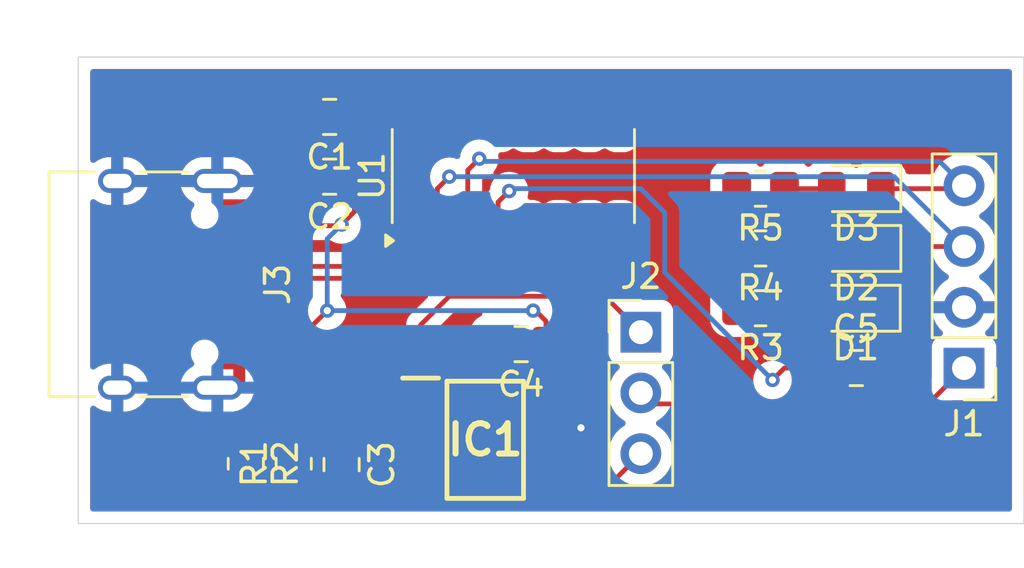
<source format=kicad_pcb>
(kicad_pcb (version 20240108) (generator "pcbnew") (generator_version "8.0")
  (layers (0 "F.Cu" signal) (31 "B.Cu" signal) (34 "B.Paste" user) (35 "F.Paste" user) (36 "B.SilkS" user "B.Silkscreen") (37 "F.SilkS" user "F.Silkscreen") (38 "B.Mask" user) (39 "F.Mask" user) (44 "Edge.Cuts" user))
  (net 0 "")
  (net 1 "GND")
  (net 2 "+5V")
  (net 3 "+3.3V")
  (net 4 "Net-(U1-V3)")
  (net 5 "Net-(D1-A)")
  (net 6 "/TXD")
  (net 7 "Net-(D2-A)")
  (net 8 "/RXD")
  (net 9 "Net-(D3-A)")
  (net 10 "VCOM")
  (net 11 "Net-(J3-CC2)")
  (net 12 "Net-(J3-CC1)")
  (net 16 "/USBD+")
  (net 18 "/USBD-")
  (net 22 "unconnected-(J3-SBU1-PadA8)")
  (footprint "LED_SMD:LED_0805_2012Metric_Pad1.15x1.40mm_HandSolder" (layer "F.Cu") (at 78.975 89.5 180)
    (property "Reference" "D1" (at 0 -1.65 360) (layer "F.SilkS"))
    (property "Value" "LED")
    (fp_line (start 1 -0.96) (end -1.86 -0.96) (stroke (width 0.12)) (layer "F.SilkS"))
    (fp_line (start -1.86 0.96) (end 1 0.96) (stroke (width 0.12)) (layer "F.SilkS"))
    (fp_line (start -1.86 -0.96) (end -1.86 0.96) (stroke (width 0.12)) (layer "F.SilkS"))
    (pad "1" smd roundrect (at -1.025 0 180) (size 1.15 1.4) (layers "F.Cu" "F.Paste" "F.Mask") (roundrect_rratio 0.217391) (net 1 "GND"))
    (pad "2" smd roundrect (at 1.025 0 180) (size 1.15 1.4) (layers "F.Cu" "F.Paste" "F.Mask") (roundrect_rratio 0.217391) (net 5 "Net-(D1-A)"))
  )
  (footprint "Resistor_SMD:R_0805_2012Metric_Pad1.20x1.40mm_HandSolder" (layer "F.Cu") (at 75 84.5 180)
    (property "Reference" "R5" (at 0 -1.65 360) (layer "F.SilkS"))
    (property "Value" "470")
    (fp_line (start -0.227064 0.735) (end 0.227064 0.735) (stroke (width 0.12)) (layer "F.SilkS"))
    (fp_line (start -0.227064 -0.735) (end 0.227064 -0.735) (stroke (width 0.12)) (layer "F.SilkS"))
    (pad "1" smd roundrect (at -1 0 180) (size 1.2 1.4) (layers "F.Cu" "F.Paste" "F.Mask") (roundrect_rratio 0.208333) (net 9 "Net-(D3-A)"))
    (pad "2" smd roundrect (at 1 0 180) (size 1.2 1.4) (layers "F.Cu" "F.Paste" "F.Mask") (roundrect_rratio 0.208333) (net 2 "+5V"))
  )
  (footprint "LED_SMD:LED_0805_2012Metric_Pad1.15x1.40mm_HandSolder" (layer "F.Cu") (at 79 84.5 180)
    (property "Reference" "D3" (at 0 -1.65 360) (layer "F.SilkS"))
    (property "Value" "LED")
    (fp_line (start 1 -0.96) (end -1.86 -0.96) (stroke (width 0.12)) (layer "F.SilkS"))
    (fp_line (start -1.86 0.96) (end 1 0.96) (stroke (width 0.12)) (layer "F.SilkS"))
    (fp_line (start -1.86 -0.96) (end -1.86 0.96) (stroke (width 0.12)) (layer "F.SilkS"))
    (pad "1" smd roundrect (at -1.025 0 180) (size 1.15 1.4) (layers "F.Cu" "F.Paste" "F.Mask") (roundrect_rratio 0.217391) (net 8 "/RXD"))
    (pad "2" smd roundrect (at 1.025 0 180) (size 1.15 1.4) (layers "F.Cu" "F.Paste" "F.Mask") (roundrect_rratio 0.217391) (net 9 "Net-(D3-A)"))
  )
  (footprint "Capacitor_SMD:C_0805_2012Metric_Pad1.18x1.45mm_HandSolder" (layer "F.Cu") (at 57 84 180)
    (property "Reference" "C2" (at 0 -1.68 360) (layer "F.SilkS"))
    (property "Value" "0.1u")
    (fp_line (start -0.261252 0.735) (end 0.261252 0.735) (stroke (width 0.12)) (layer "F.SilkS"))
    (fp_line (start -0.261252 -0.735) (end 0.261252 -0.735) (stroke (width 0.12)) (layer "F.SilkS"))
    (pad "1" smd roundrect (at -1.0375 0 180) (size 1.175 1.45) (layers "F.Cu" "F.Paste" "F.Mask") (roundrect_rratio 0.212766) (net 2 "+5V"))
    (pad "2" smd roundrect (at 1.0375 0 180) (size 1.175 1.45) (layers "F.Cu" "F.Paste" "F.Mask") (roundrect_rratio 0.212766) (net 1 "GND"))
  )
  (footprint "Capacitor_SMD:C_0805_2012Metric_Pad1.18x1.45mm_HandSolder" (layer "F.Cu") (at 57 81.5 180)
    (property "Reference" "C1" (at 0 -1.68 360) (layer "F.SilkS"))
    (property "Value" "10u")
    (fp_line (start -0.261252 0.735) (end 0.261252 0.735) (stroke (width 0.12)) (layer "F.SilkS"))
    (fp_line (start -0.261252 -0.735) (end 0.261252 -0.735) (stroke (width 0.12)) (layer "F.SilkS"))
    (pad "1" smd roundrect (at -1.0375 0 180) (size 1.175 1.45) (layers "F.Cu" "F.Paste" "F.Mask") (roundrect_rratio 0.212766) (net 2 "+5V"))
    (pad "2" smd roundrect (at 1.0375 0 180) (size 1.175 1.45) (layers "F.Cu" "F.Paste" "F.Mask") (roundrect_rratio 0.212766) (net 1 "GND"))
  )
  (footprint "Resistor_SMD:R_0805_2012Metric_Pad1.20x1.40mm_HandSolder" (layer "F.Cu") (at 53.5 96 -90)
    (property "Reference" "R2" (at 0 -1.65 90) (layer "F.SilkS"))
    (property "Value" "5.1k")
    (fp_line (start -0.227064 0.735) (end 0.227064 0.735) (stroke (width 0.12)) (layer "F.SilkS"))
    (fp_line (start -0.227064 -0.735) (end 0.227064 -0.735) (stroke (width 0.12)) (layer "F.SilkS"))
    (pad "1" smd roundrect (at -1 0 270) (size 1.2 1.4) (layers "F.Cu" "F.Paste" "F.Mask") (roundrect_rratio 0.208333) (net 12 "Net-(J3-CC1)"))
    (pad "2" smd roundrect (at 1 0 270) (size 1.2 1.4) (layers "F.Cu" "F.Paste" "F.Mask") (roundrect_rratio 0.208333) (net 1 "GND"))
  )
  (footprint "library:SOIC127P600X170-8N" (layer "F.Cu") (at 63.5 95)
    (property "Reference" "IC1" (at 0 0 0) (layer "F.SilkS") (effects (font (size 1.27 1.27) (thickness 0.254))))
    (property "Value" "AP2112M-3.3TRG1" (hide yes))
    (fp_line (start -3.45 -2.58) (end -1.95 -2.58) (stroke (width 0.2)) (layer "F.SilkS"))
    (fp_line (start -1.6 -2.45) (end 1.6 -2.45) (stroke (width 0.2)) (layer "F.SilkS"))
    (fp_line (start -1.6 2.45) (end -1.6 -2.45) (stroke (width 0.2)) (layer "F.SilkS"))
    (fp_line (start 1.6 -2.45) (end 1.6 2.45) (stroke (width 0.2)) (layer "F.SilkS"))
    (fp_line (start 1.6 2.45) (end -1.6 2.45) (stroke (width 0.2)) (layer "F.SilkS"))
    (pad "1" smd rect (at -2.7 -1.905 90) (size 0.65 1.5) (layers "F.Cu" "F.Paste" "F.Mask") (net 3 "+3.3V"))
    (pad "2" smd rect (at -2.7 -0.635 90) (size 0.65 1.5) (layers "F.Cu" "F.Paste" "F.Mask"))
    (pad "3" smd rect (at -2.7 0.635 90) (size 0.65 1.5) (layers "F.Cu" "F.Paste" "F.Mask"))
    (pad "4" smd rect (at -2.7 1.905 90) (size 0.65 1.5) (layers "F.Cu" "F.Paste" "F.Mask"))
    (pad "5" smd rect (at 2.7 1.905 90) (size 0.65 1.5) (layers "F.Cu" "F.Paste" "F.Mask") (net 2 "+5V"))
    (pad "6" smd rect (at 2.7 0.635 90) (size 0.65 1.5) (layers "F.Cu" "F.Paste" "F.Mask") (net 1 "GND"))
    (pad "7" smd rect (at 2.7 -0.635 90) (size 0.65 1.5) (layers "F.Cu" "F.Paste" "F.Mask") (net 1 "GND"))
    (pad "8" smd rect (at 2.7 -1.905 90) (size 0.65 1.5) (layers "F.Cu" "F.Paste" "F.Mask") (net 2 "+5V"))
  )
  (footprint "Capacitor_SMD:C_0805_2012Metric_Pad1.18x1.45mm_HandSolder" (layer "F.Cu") (at 57.5 96.0375 -90)
    (property "Reference" "C3" (at 0 -1.68 90) (layer "F.SilkS"))
    (property "Value" "1u")
    (fp_line (start -0.261252 0.735) (end 0.261252 0.735) (stroke (width 0.12)) (layer "F.SilkS"))
    (fp_line (start -0.261252 -0.735) (end 0.261252 -0.735) (stroke (width 0.12)) (layer "F.SilkS"))
    (pad "1" smd roundrect (at -1.0375 0 270) (size 1.175 1.45) (layers "F.Cu" "F.Paste" "F.Mask") (roundrect_rratio 0.212766) (net 3 "+3.3V"))
    (pad "2" smd roundrect (at 1.0375 0 270) (size 1.175 1.45) (layers "F.Cu" "F.Paste" "F.Mask") (roundrect_rratio 0.212766) (net 1 "GND"))
  )
  (footprint "LED_SMD:LED_0805_2012Metric_Pad1.15x1.40mm_HandSolder" (layer "F.Cu") (at 79 87 180)
    (property "Reference" "D2" (at 0 -1.65 360) (layer "F.SilkS"))
    (property "Value" "LED")
    (fp_line (start 1 -0.96) (end -1.86 -0.96) (stroke (width 0.12)) (layer "F.SilkS"))
    (fp_line (start -1.86 0.96) (end 1 0.96) (stroke (width 0.12)) (layer "F.SilkS"))
    (fp_line (start -1.86 -0.96) (end -1.86 0.96) (stroke (width 0.12)) (layer "F.SilkS"))
    (pad "1" smd roundrect (at -1.025 0 180) (size 1.15 1.4) (layers "F.Cu" "F.Paste" "F.Mask") (roundrect_rratio 0.217391) (net 6 "/TXD"))
    (pad "2" smd roundrect (at 1.025 0 180) (size 1.15 1.4) (layers "F.Cu" "F.Paste" "F.Mask") (roundrect_rratio 0.217391) (net 7 "Net-(D2-A)"))
  )
  (footprint "Package_SO:SOIC-16_3.9x9.9mm_P1.27mm" (layer "F.Cu") (at 64.675 83.975 90)
    (property "Reference" "U1" (at 0 -5.9 90) (layer "F.SilkS"))
    (property "Value" "CH340C")
    (fp_line (start 0 -5.06) (end 1.95 -5.06) (stroke (width 0.12)) (layer "F.SilkS"))
    (fp_line (start 0 -5.06) (end -1.95 -5.06) (stroke (width 0.12)) (layer "F.SilkS"))
    (fp_line (start 0 5.06) (end 1.95 5.06) (stroke (width 0.12)) (layer "F.SilkS"))
    (fp_line (start 0 5.06) (end -1.95 5.06) (stroke (width 0.12)) (layer "F.SilkS"))
    (fp_poly (pts (xy -2.7 -5.005) (xy -2.94 -5.335) (xy -2.46 -5.335) (xy -2.7 -5.005)) (stroke (width 0.12)) (fill solid) (layer "F.SilkS"))
    (pad "1" smd roundrect (at -2.475 -4.445 90) (size 1.95 0.6) (layers "F.Cu" "F.Paste" "F.Mask") (net 1 "GND"))
    (pad "2" smd roundrect (at -2.475 -3.175 90) (size 1.95 0.6) (layers "F.Cu" "F.Paste" "F.Mask") (net 6 "/TXD"))
    (pad "3" smd roundrect (at -2.475 -1.905 90) (size 1.95 0.6) (layers "F.Cu" "F.Paste" "F.Mask") (net 8 "/RXD"))
    (pad "4" smd roundrect (at -2.475 -0.635 90) (size 1.95 0.6) (layers "F.Cu" "F.Paste" "F.Mask") (net 4 "Net-(U1-V3)"))
    (pad "5" smd roundrect (at -2.475 0.635 90) (size 1.95 0.6) (layers "F.Cu" "F.Paste" "F.Mask") (net 18 "/USBD-"))
    (pad "6" smd roundrect (at -2.475 1.905 90) (size 1.95 0.6) (layers "F.Cu" "F.Paste" "F.Mask") (net 16 "/USBD+"))
    (pad "7" smd roundrect (at -2.475 3.175 90) (size 1.95 0.6) (layers "F.Cu" "F.Paste" "F.Mask"))
    (pad "8" smd roundrect (at -2.475 4.445 90) (size 1.95 0.6) (layers "F.Cu" "F.Paste" "F.Mask"))
    (pad "9" smd roundrect (at 2.475 4.445 90) (size 1.95 0.6) (layers "F.Cu" "F.Paste" "F.Mask"))
    (pad "10" smd roundrect (at 2.475 3.175 90) (size 1.95 0.6) (layers "F.Cu" "F.Paste" "F.Mask"))
    (pad "11" smd roundrect (at 2.475 1.905 90) (size 1.95 0.6) (layers "F.Cu" "F.Paste" "F.Mask"))
    (pad "12" smd roundrect (at 2.475 0.635 90) (size 1.95 0.6) (layers "F.Cu" "F.Paste" "F.Mask"))
    (pad "13" smd roundrect (at 2.475 -0.635 90) (size 1.95 0.6) (layers "F.Cu" "F.Paste" "F.Mask"))
    (pad "14" smd roundrect (at 2.475 -1.905 90) (size 1.95 0.6) (layers "F.Cu" "F.Paste" "F.Mask"))
    (pad "15" smd roundrect (at 2.475 -3.175 90) (size 1.95 0.6) (layers "F.Cu" "F.Paste" "F.Mask"))
    (pad "16" smd roundrect (at 2.475 -4.445 90) (size 1.95 0.6) (layers "F.Cu" "F.Paste" "F.Mask") (net 2 "+5V"))
  )
  (footprint "Connector_PinHeader_2.54mm:PinHeader_1x04_P2.54mm_Vertical" (layer "F.Cu") (at 83.5 92 180)
    (property "Reference" "J1" (at 0 -2.33 360) (layer "F.SilkS"))
    (property "Value" "Conn_01x04_Pin")
    (fp_line (start 1.33 1.27) (end 1.33 8.95) (stroke (width 0.12)) (layer "F.SilkS"))
    (fp_line (start -1.33 8.95) (end 1.33 8.95) (stroke (width 0.12)) (layer "F.SilkS"))
    (fp_line (start -1.33 1.27) (end 1.33 1.27) (stroke (width 0.12)) (layer "F.SilkS"))
    (fp_line (start -1.33 1.27) (end -1.33 8.95) (stroke (width 0.12)) (layer "F.SilkS"))
    (fp_line (start -1.33 0) (end -1.33 -1.33) (stroke (width 0.12)) (layer "F.SilkS"))
    (fp_line (start -1.33 -1.33) (end 0 -1.33) (stroke (width 0.12)) (layer "F.SilkS"))
    (pad "1" thru_hole rect (at 0 0 180) (size 1.7 1.7) (drill 1) (layers "*.Cu" "*.Mask") (net 10 "VCOM"))
    (pad "2" thru_hole oval (at 0 2.54 180) (size 1.7 1.7) (drill 1) (layers "*.Cu" "*.Mask") (net 1 "GND"))
    (pad "3" thru_hole oval (at 0 5.08 180) (size 1.7 1.7) (drill 1) (layers "*.Cu" "*.Mask") (net 6 "/TXD"))
    (pad "4" thru_hole oval (at 0 7.62 180) (size 1.7 1.7) (drill 1) (layers "*.Cu" "*.Mask") (net 8 "/RXD"))
  )
  (footprint "Resistor_SMD:R_0805_2012Metric_Pad1.20x1.40mm_HandSolder" (layer "F.Cu") (at 55.5 96 90)
    (property "Reference" "R1" (at 0 -1.65 90) (layer "F.SilkS"))
    (property "Value" "5.1k")
    (fp_line (start -0.227064 -0.735) (end 0.227064 -0.735) (stroke (width 0.12)) (layer "F.SilkS"))
    (fp_line (start -0.227064 0.735) (end 0.227064 0.735) (stroke (width 0.12)) (layer "F.SilkS"))
    (pad "1" smd roundrect (at -1 0 90) (size 1.2 1.4) (layers "F.Cu" "F.Paste" "F.Mask") (roundrect_rratio 0.208333) (net 1 "GND"))
    (pad "2" smd roundrect (at 1 0 90) (size 1.2 1.4) (layers "F.Cu" "F.Paste" "F.Mask") (roundrect_rratio 0.208333) (net 11 "Net-(J3-CC2)"))
  )
  (footprint "Connector_PinHeader_2.54mm:PinHeader_1x03_P2.54mm_Vertical" (layer "F.Cu") (at 70 90.5)
    (property "Reference" "J2" (at 0 -2.33 360) (layer "F.SilkS"))
    (property "Value" "Conn_01x03_Pin")
    (fp_line (start -1.33 -1.33) (end 0 -1.33) (stroke (width 0.12)) (layer "F.SilkS"))
    (fp_line (start -1.33 0) (end -1.33 -1.33) (stroke (width 0.12)) (layer "F.SilkS"))
    (fp_line (start -1.33 1.27) (end -1.33 6.41) (stroke (width 0.12)) (layer "F.SilkS"))
    (fp_line (start -1.33 1.27) (end 1.33 1.27) (stroke (width 0.12)) (layer "F.SilkS"))
    (fp_line (start -1.33 6.41) (end 1.33 6.41) (stroke (width 0.12)) (layer "F.SilkS"))
    (fp_line (start 1.33 1.27) (end 1.33 6.41) (stroke (width 0.12)) (layer "F.SilkS"))
    (pad "1" thru_hole rect (at 0 0) (size 1.7 1.7) (drill 1) (layers "*.Cu" "*.Mask") (net 3 "+3.3V"))
    (pad "2" thru_hole oval (at 0 2.54) (size 1.7 1.7) (drill 1) (layers "*.Cu" "*.Mask") (net 10 "VCOM"))
    (pad "3" thru_hole oval (at 0 5.08) (size 1.7 1.7) (drill 1) (layers "*.Cu" "*.Mask") (net 2 "+5V"))
  )
  (footprint "Resistor_SMD:R_0805_2012Metric_Pad1.20x1.40mm_HandSolder" (layer "F.Cu") (at 75 87 180)
    (property "Reference" "R4" (at 0 -1.65 360) (layer "F.SilkS"))
    (property "Value" "470")
    (fp_line (start -0.227064 0.735) (end 0.227064 0.735) (stroke (width 0.12)) (layer "F.SilkS"))
    (fp_line (start -0.227064 -0.735) (end 0.227064 -0.735) (stroke (width 0.12)) (layer "F.SilkS"))
    (pad "1" smd roundrect (at -1 0 180) (size 1.2 1.4) (layers "F.Cu" "F.Paste" "F.Mask") (roundrect_rratio 0.208333) (net 7 "Net-(D2-A)"))
    (pad "2" smd roundrect (at 1 0 180) (size 1.2 1.4) (layers "F.Cu" "F.Paste" "F.Mask") (roundrect_rratio 0.208333) (net 2 "+5V"))
  )
  (footprint "Resistor_SMD:R_0805_2012Metric_Pad1.20x1.40mm_HandSolder" (layer "F.Cu") (at 75 89.5 180)
    (property "Reference" "R3" (at 0 -1.65 360) (layer "F.SilkS"))
    (property "Value" "470")
    (fp_line (start -0.227064 0.735) (end 0.227064 0.735) (stroke (width 0.12)) (layer "F.SilkS"))
    (fp_line (start -0.227064 -0.735) (end 0.227064 -0.735) (stroke (width 0.12)) (layer "F.SilkS"))
    (pad "1" smd roundrect (at -1 0 180) (size 1.2 1.4) (layers "F.Cu" "F.Paste" "F.Mask") (roundrect_rratio 0.208333) (net 5 "Net-(D1-A)"))
    (pad "2" smd roundrect (at 1 0 180) (size 1.2 1.4) (layers "F.Cu" "F.Paste" "F.Mask") (roundrect_rratio 0.208333) (net 2 "+5V"))
  )
  (footprint "Capacitor_SMD:C_0805_2012Metric_Pad1.18x1.45mm_HandSolder" (layer "F.Cu") (at 79 92)
    (property "Reference" "C5" (at 0 -1.68 360) (layer "F.SilkS"))
    (property "Value" "0.1u")
    (fp_line (start -0.261252 -0.735) (end 0.261252 -0.735) (stroke (width 0.12)) (layer "F.SilkS"))
    (fp_line (start -0.261252 0.735) (end 0.261252 0.735) (stroke (width 0.12)) (layer "F.SilkS"))
    (pad "1" smd roundrect (at -1.0375 0) (size 1.175 1.45) (layers "F.Cu" "F.Paste" "F.Mask") (roundrect_rratio 0.212766) (net 4 "Net-(U1-V3)"))
    (pad "2" smd roundrect (at 1.0375 0) (size 1.175 1.45) (layers "F.Cu" "F.Paste" "F.Mask") (roundrect_rratio 0.212766) (net 1 "GND"))
  )
  (footprint "Connector_USB:USB_C_Receptacle_HRO_TYPE-C-31-M-12" (layer "F.Cu") (at 49.18 88.5 -90)
    (property "Reference" "J3" (at 0 -5.645 90) (layer "F.SilkS"))
    (property "Value" "USB_C_Receptacle_USB2.0_16P")
    (fp_line (start -4.7 3.9) (end 4.7 3.9) (stroke (width 0.12)) (layer "F.SilkS"))
    (fp_line (start -4.7 2) (end -4.7 3.9) (stroke (width 0.12)) (layer "F.SilkS"))
    (fp_line (start 4.7 2) (end 4.7 3.9) (stroke (width 0.12)) (layer "F.SilkS"))
    (fp_line (start -4.7 -1.9) (end -4.7 0.1) (stroke (width 0.12)) (layer "F.SilkS"))
    (fp_line (start 4.7 -1.9) (end 4.7 0.1) (stroke (width 0.12)) (layer "F.SilkS"))
    (pad "" np_thru_hole circle (at -2.89 -2.6 270) (size 0.65 0.65) (drill 0.65) (layers "*.Cu" "*.Mask"))
    (pad "" np_thru_hole circle (at 2.89 -2.6 270) (size 0.65 0.65) (drill 0.65) (layers "*.Cu" "*.Mask"))
    (pad "A1" smd rect (at -3.25 -4.045 270) (size 0.6 1.45) (layers "F.Cu" "F.Paste" "F.Mask") (net 1 "GND"))
    (pad "A4" smd rect (at -2.45 -4.045 270) (size 0.6 1.45) (layers "F.Cu" "F.Paste" "F.Mask") (net 2 "+5V"))
    (pad "A5" smd rect (at -1.25 -4.045 270) (size 0.3 1.45) (layers "F.Cu" "F.Paste" "F.Mask") (net 12 "Net-(J3-CC1)"))
    (pad "A6" smd rect (at -0.25 -4.045 270) (size 0.3 1.45) (layers "F.Cu" "F.Paste" "F.Mask") (net 16 "/USBD+"))
    (pad "A7" smd rect (at 0.25 -4.045 270) (size 0.3 1.45) (layers "F.Cu" "F.Paste" "F.Mask") (net 18 "/USBD-"))
    (pad "A8" smd rect (at 1.25 -4.045 270) (size 0.3 1.45) (layers "F.Cu" "F.Paste" "F.Mask") (net 22 "unconnected-(J3-SBU1-PadA8)"))
    (pad "A9" smd rect (at 2.45 -4.045 270) (size 0.6 1.45) (layers "F.Cu" "F.Paste" "F.Mask") (net 2 "+5V"))
    (pad "A12" smd rect (at 3.25 -4.045 270) (size 0.6 1.45) (layers "F.Cu" "F.Paste" "F.Mask") (net 1 "GND"))
    (pad "B1" smd rect (at 3.25 -4.045 270) (size 0.6 1.45) (layers "F.Cu" "F.Paste" "F.Mask") (net 1 "GND"))
    (pad "B4" smd rect (at 2.45 -4.045 270) (size 0.6 1.45) (layers "F.Cu" "F.Paste" "F.Mask") (net 2 "+5V"))
    (pad "B5" smd rect (at 1.75 -4.045 270) (size 0.3 1.45) (layers "F.Cu" "F.Paste" "F.Mask") (net 11 "Net-(J3-CC2)"))
    (pad "B6" smd rect (at 0.75 -4.045 270) (size 0.3 1.45) (layers "F.Cu" "F.Paste" "F.Mask") (net 16 "/USBD+"))
    (pad "B7" smd rect (at -0.75 -4.045 270) (size 0.3 1.45) (layers "F.Cu" "F.Paste" "F.Mask") (net 18 "/USBD-"))
    (pad "B8" smd rect (at -1.75 -4.045 270) (size 0.3 1.45) (layers "F.Cu" "F.Paste" "F.Mask"))
    (pad "B9" smd rect (at -2.45 -4.045 270) (size 0.6 1.45) (layers "F.Cu" "F.Paste" "F.Mask") (net 2 "+5V"))
    (pad "B12" smd rect (at -3.25 -4.045 270) (size 0.6 1.45) (layers "F.Cu" "F.Paste" "F.Mask") (net 1 "GND"))
    (pad "S1" thru_hole oval (at -4.32 -3.13 270) (size 1 2.1) (drill oval 0.6 1.7) (layers "*.Cu" "*.Mask") (net 1 "GND"))
    (pad "S1" thru_hole oval (at -4.32 1.05 270) (size 1 1.6) (drill oval 0.6 1.2) (layers "*.Cu" "*.Mask") (net 1 "GND"))
    (pad "S1" thru_hole oval (at 4.32 -3.13 270) (size 1 2.1) (drill oval 0.6 1.7) (layers "*.Cu" "*.Mask") (net 1 "GND"))
    (pad "S1" thru_hole oval (at 4.32 1.05 270) (size 1 1.6) (drill oval 0.6 1.2) (layers "*.Cu" "*.Mask") (net 1 "GND"))
  )
  (footprint "Capacitor_SMD:C_0805_2012Metric_Pad1.18x1.45mm_HandSolder" (layer "F.Cu") (at 65 91 180)
    (property "Reference" "C4" (at 0 -1.68 360) (layer "F.SilkS"))
    (property "Value" "1u")
    (fp_line (start -0.261252 0.735) (end 0.261252 0.735) (stroke (width 0.12)) (layer "F.SilkS"))
    (fp_line (start -0.261252 -0.735) (end 0.261252 -0.735) (stroke (width 0.12)) (layer "F.SilkS"))
    (pad "1" smd roundrect (at -1.0375 0 180) (size 1.175 1.45) (layers "F.Cu" "F.Paste" "F.Mask") (roundrect_rratio 0.212766) (net 2 "+5V"))
    (pad "2" smd roundrect (at 1.0375 0 180) (size 1.175 1.45) (layers "F.Cu" "F.Paste" "F.Mask") (roundrect_rratio 0.212766) (net 1 "GND"))
  )
  (gr_rect (start 46.5 79) (end 86 98.5) (stroke (width 0.05)) (fill none) (layer "Edge.Cuts"))
  (segment (start 80 89.5) (end 80.04 89.46) (width 0.2) (layer "F.Cu") (net 1))
  (segment (start 66.2 94.365) (end 67.365 94.365) (width 0.2) (layer "F.Cu") (net 1))
  (segment (start 80.04 89.46) (end 83.5 89.46) (width 0.2) (layer "F.Cu") (net 1))
  (segment (start 80.0375 92) (end 80.0375 89.5375) (width 0.2) (layer "F.Cu") (net 1))
  (segment (start 80.0375 89.5375) (end 80 89.5) (width 0.2) (layer "F.Cu") (net 1))
  (segment (start 67.365 94.365) (end 67.5 94.5) (width 0.2) (layer "F.Cu") (net 1))
  (via (at 67.5 94.5) (size 0.6) (drill 0.3) (layers "F.Cu" "B.Cu") (net 1))
  (segment (start 65.5 89.5) (end 65.5 89.6) (width 0.2) (layer "F.Cu") (net 2))
  (segment (start 66.0375 90.0375) (end 65.5 89.5) (width 0.2) (layer "F.Cu") (net 2))
  (segment (start 74 87) (end 74 89.5) (width 0.2) (layer "F.Cu") (net 2))
  (segment (start 66.2 91.1625) (end 66.0375 91) (width 0.2) (layer "F.Cu") (net 2))
  (segment (start 66.625 93.095) (end 66.2 93.095) (width 0.2) (layer "F.Cu") (net 2))
  (segment (start 68.675 96.905) (end 70 95.58) (width 0.2) (layer "F.Cu") (net 2))
  (segment (start 64.5 93.5) (end 64.905 93.095) (width 0.2) (layer "F.Cu") (net 2))
  (segment (start 64.905 96.905) (end 64.5 96.5) (width 0.2) (layer "F.Cu") (net 2))
  (segment (start 58.0375 81.5) (end 60.23 81.5) (width 0.2) (layer "F.Cu") (net 2))
  (segment (start 66.2 93.095) (end 66.2 91.1625) (width 0.2) (layer "F.Cu") (net 2))
  (segment (start 58.0375 85.4625) (end 58.0375 84) (width 0.2) (layer "F.Cu") (net 2))
  (segment (start 58.0375 84) (end 58.0375 81.5) (width 0.2) (layer "F.Cu") (net 2))
  (segment (start 55.55 90.95) (end 53.225 90.95) (width 0.2) (layer "F.Cu") (net 2))
  (segment (start 66.0375 91) (end 66.0375 90.0375) (width 0.2) (layer "F.Cu") (net 2))
  (segment (start 66.2 96.905) (end 68.675 96.905) (width 0.2) (layer "F.Cu") (net 2))
  (segment (start 53.225 86.05) (end 57.45 86.05) (width 0.2) (layer "F.Cu") (net 2))
  (segment (start 66.2 96.905) (end 64.905 96.905) (width 0.2) (layer "F.Cu") (net 2))
  (segment (start 56.9 89.6) (end 55.55 90.95) (width 0.2) (layer "F.Cu") (net 2))
  (segment (start 57.45 86.05) (end 58.0375 85.4625) (width 0.2) (layer "F.Cu") (net 2))
  (segment (start 64.905 93.095) (end 66.2 93.095) (width 0.2) (layer "F.Cu") (net 2))
  (segment (start 74 87) (end 74 84.5) (width 0.2) (layer "F.Cu") (net 2))
  (segment (start 64.5 96.5) (end 64.5 93.5) (width 0.2) (layer "F.Cu") (net 2))
  (via (at 56.9 89.6) (size 0.6) (drill 0.3) (layers "F.Cu" "B.Cu") (net 2))
  (via (at 57.5 86) (size 0.6) (drill 0.3) (layers "F.Cu" "B.Cu") (net 2))
  (via (at 65.5 89.6) (size 0.6) (drill 0.3) (layers "F.Cu" "B.Cu") (net 2))
  (segment (start 56.9 89.6) (end 56.9 86.6) (width 0.2) (layer "B.Cu") (net 2))
  (segment (start 56.9 89.6) (end 65.5 89.6) (width 0.2) (layer "B.Cu") (net 2))
  (segment (start 56.9 86.6) (end 57.5 86) (width 0.2) (layer "B.Cu") (net 2))
  (segment (start 57.4625 95.0375) (end 57.5 95.075) (width 0.2) (layer "F.Cu") (net 3))
  (segment (start 60.8 90.2) (end 62 89) (width 0.2) (layer "F.Cu") (net 3))
  (segment (start 62 89) (end 68.5 89) (width 0.2) (layer "F.Cu") (net 3))
  (segment (start 57.5 94.925) (end 59.33 93.095) (width 0.2) (layer "F.Cu") (net 3))
  (segment (start 60.705 93) (end 60.8 93.095) (width 0.2) (layer "F.Cu") (net 3))
  (segment (start 68.5 89) (end 70 90.5) (width 0.2) (layer "F.Cu") (net 3))
  (segment (start 60.8 93.095) (end 60.8 90.2) (width 0.2) (layer "F.Cu") (net 3))
  (segment (start 59.33 93.095) (end 60.8 93.095) (width 0.2) (layer "F.Cu") (net 3))
  (segment (start 75.5 92.5) (end 76 92) (width 0.2) (layer "F.Cu") (net 4))
  (segment (start 76 92) (end 77.9625 92) (width 0.2) (layer "F.Cu") (net 4))
  (segment (start 64.04 85.06) (end 64.04 86.45) (width 0.2) (layer "F.Cu") (net 4))
  (segment (start 64.5 84.6) (end 64.04 85.06) (width 0.2) (layer "F.Cu") (net 4))
  (via (at 75.5 92.5) (size 0.6) (drill 0.3) (layers "F.Cu" "B.Cu") (net 4))
  (via (at 64.5 84.6) (size 0.6) (drill 0.3) (layers "F.Cu" "B.Cu") (net 4))
  (segment (start 75.5 92.5) (end 71 88) (width 0.2) (layer "B.Cu") (net 4))
  (segment (start 71 88) (end 71 85.5) (width 0.2) (layer "B.Cu") (net 4))
  (segment (start 70 84.5) (end 64.5 84.5) (width 0.2) (layer "B.Cu") (net 4))
  (segment (start 71 85.5) (end 70 84.5) (width 0.2) (layer "B.Cu") (net 4))
  (segment (start 64.5 84.5) (end 64.5 84.6) (width 0.2) (layer "B.Cu") (net 4))
  (segment (start 76 89.5) (end 77.95 89.5) (width 0.2) (layer "F.Cu") (net 5))
  (segment (start 80.025 87) (end 80.105 86.92) (width 0.2) (layer "F.Cu") (net 6))
  (segment (start 62 84) (end 61.5 84.5) (width 0.2) (layer "F.Cu") (net 6))
  (segment (start 61.5 84.5) (end 61.5 86.45) (width 0.2) (layer "F.Cu") (net 6))
  (segment (start 80.105 86.92) (end 83.5 86.92) (width 0.2) (layer "F.Cu") (net 6))
  (via (at 62 84) (size 0.6) (drill 0.3) (layers "F.Cu" "B.Cu") (net 6))
  (segment (start 80.58 84) (end 83.5 86.92) (width 0.2) (layer "B.Cu") (net 6))
  (segment (start 62 84) (end 80.58 84) (width 0.2) (layer "B.Cu") (net 6))
  (segment (start 77.975 86.86) (end 77.975 87) (width 0.2) (layer "F.Cu") (net 7))
  (segment (start 76 87) (end 77.975 87) (width 0.2) (layer "F.Cu") (net 7))
  (segment (start 83.38 84.5) (end 80.025 84.5) (width 0.2) (layer "F.Cu") (net 8))
  (segment (start 83.5 84.38) (end 83.38 84.5) (width 0.2) (layer "F.Cu") (net 8))
  (segment (start 63.25 83.25) (end 62.77 83.73) (width 0.2) (layer "F.Cu") (net 8))
  (segment (start 62.77 83.73) (end 62.77 86.45) (width 0.2) (layer "F.Cu") (net 8))
  (via (at 63.25 83.25) (size 0.6) (drill 0.3) (layers "F.Cu" "B.Cu") (net 8))
  (segment (start 82.48 83.36) (end 83.5 84.38) (width 0.2) (layer "B.Cu") (net 8))
  (segment (start 63.36 83.36) (end 82.48 83.36) (width 0.2) (layer "B.Cu") (net 8))
  (segment (start 63.25 83.25) (end 63.36 83.36) (width 0.2) (layer "B.Cu") (net 8))
  (segment (start 76 84.5) (end 77.975 84.5) (width 0.2) (layer "F.Cu") (net 9))
  (segment (start 82 93.5) (end 83.5 92) (width 0.2) (layer "F.Cu") (net 10))
  (segment (start 70 93.04) (end 70.46 93.5) (width 0.2) (layer "F.Cu") (net 10))
  (segment (start 70.46 93.5) (end 82 93.5) (width 0.2) (layer "F.Cu") (net 10))
  (segment (start 51.245 90.255) (end 53.225 90.255) (width 0.2) (layer "F.Cu") (net 11))
  (segment (start 50.5 91) (end 51.245 90.255) (width 0.2) (layer "F.Cu") (net 11))
  (segment (start 55.5 95) (end 54.5 94) (width 0.2) (layer "F.Cu") (net 11))
  (segment (start 54.5 94) (end 51.404314 94) (width 0.2) (layer "F.Cu") (net 11))
  (segment (start 50.5 93.095686) (end 50.5 91) (width 0.2) (layer "F.Cu") (net 11))
  (segment (start 51.404314 94) (end 50.5 93.095686) (width 0.2) (layer "F.Cu") (net 11))
  (segment (start 50 93.5) (end 50 88.5) (width 0.2) (layer "F.Cu") (net 12))
  (segment (start 50 88.5) (end 51.25 87.25) (width 0.2) (layer "F.Cu") (net 12))
  (segment (start 51.5 95) (end 50 93.5) (width 0.2) (layer "F.Cu") (net 12))
  (segment (start 53.5 95) (end 51.5 95) (width 0.2) (layer "F.Cu") (net 12))
  (segment (start 51.25 87.25) (end 53.225 87.25) (width 0.2) (layer "F.Cu") (net 12))
  (segment (start 53.225 89.25) (end 54.2 89.25) (width 0.2) (layer "F.Cu") (net 16))
  (segment (start 66.58 87.424999) (end 66.58 86.45) (width 0.2) (layer "F.Cu") (net 16))
  (segment (start 65.754999 88.25) (end 66.58 87.424999) (width 0.2) (layer "F.Cu") (net 16))
  (segment (start 54.5 88.25) (end 65.754999 88.25) (width 0.2) (layer "F.Cu") (net 16))
  (segment (start 54.2 89.25) (end 54.5 88.95) (width 0.2) (layer "F.Cu") (net 16))
  (segment (start 53.225 88.25) (end 54.5 88.25) (width 0.2) (layer "F.Cu") (net 16))
  (segment (start 54.5 88.95) (end 54.5 88.25) (width 0.2) (layer "F.Cu") (net 16))
  (segment (start 64.984999 87.75) (end 65.31 87.424999) (width 0.2) (layer "F.Cu") (net 18))
  (segment (start 53.225 87.75) (end 64.984999 87.75) (width 0.2) (layer "F.Cu") (net 18))
  (segment (start 65.31 87.424999) (end 65.31 86.45) (width 0.2) (layer "F.Cu") (net 18))
  (segment (start 53.225 89.7) (end 53.225 89.855) (width 0.2) (layer "F.Cu") (net 22))
  (zone (net 1) (net_name "GND") (layer "F.Cu") (connect_pads (clearance 0.5)) (min_thickness 0.25) (fill yes (thermal_gap 0.5) (thermal_bridge_width 0.5))
    (polygon (pts (xy 86 98.5) (xy 86 79) (xy 46.5 79) (xy 46.5 98.5)))
  )
  (zone (net 1) (net_name "GND") (layer "B.Cu") (priority 1) (connect_pads (clearance 0.5)) (min_thickness 0.25) (fill yes (thermal_gap 0.5) (thermal_bridge_width 0.5))
    (polygon (pts (xy 86 98.5) (xy 86 79) (xy 46.5 79) (xy 46.5 98.5)))
  )
)
</source>
